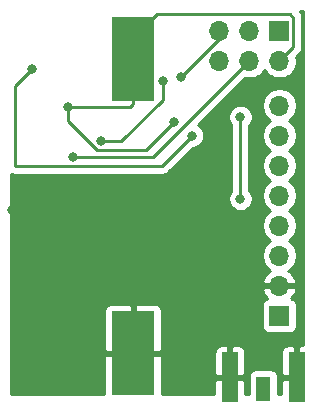
<source format=gbr>
G04 #@! TF.GenerationSoftware,KiCad,Pcbnew,5.1.5*
G04 #@! TF.CreationDate,2020-01-26T11:39:47+01:00*
G04 #@! TF.ProjectId,LORA_ATTINY84,4c4f5241-5f41-4545-9449-4e5938342e6b,rev?*
G04 #@! TF.SameCoordinates,Original*
G04 #@! TF.FileFunction,Copper,L2,Bot*
G04 #@! TF.FilePolarity,Positive*
%FSLAX46Y46*%
G04 Gerber Fmt 4.6, Leading zero omitted, Abs format (unit mm)*
G04 Created by KiCad (PCBNEW 5.1.5) date 2020-01-26 11:39:47*
%MOMM*%
%LPD*%
G04 APERTURE LIST*
%ADD10R,3.600000X7.100000*%
%ADD11R,1.200000X2.100000*%
%ADD12R,1.350000X4.200000*%
%ADD13O,1.700000X1.700000*%
%ADD14R,1.700000X1.700000*%
%ADD15C,0.800000*%
%ADD16C,0.250000*%
%ADD17C,0.254000*%
G04 APERTURE END LIST*
D10*
X77063600Y-50444400D03*
X77063600Y-75336400D03*
D11*
X88087200Y-78384400D03*
D12*
X90912200Y-77393800D03*
X85262200Y-77393800D03*
D13*
X84378800Y-50596800D03*
X84378800Y-48056800D03*
X86918800Y-50596800D03*
X86918800Y-48056800D03*
X89458800Y-50596800D03*
D14*
X89458800Y-48056800D03*
D13*
X89458800Y-54381400D03*
X89458800Y-56921400D03*
X89458800Y-59461400D03*
X89458800Y-62001400D03*
X89458800Y-64541400D03*
X89458800Y-67081400D03*
X89458800Y-69621400D03*
D14*
X89458800Y-72161400D03*
D15*
X91084400Y-75768200D03*
X85090000Y-75819000D03*
X86969600Y-52481399D03*
X66827400Y-63246000D03*
X80492600Y-55778400D03*
X71515300Y-54508400D03*
X82067400Y-56921400D03*
X68489500Y-51269900D03*
X71983600Y-58775600D03*
X86156800Y-62280800D03*
X86156800Y-55346600D03*
X74320400Y-57404000D03*
X79564000Y-52298600D03*
X81122811Y-51965949D03*
D16*
X77063600Y-48694400D02*
X77063600Y-50444400D01*
X90331402Y-46644400D02*
X79113600Y-46644400D01*
X79113600Y-46644400D02*
X77063600Y-48694400D01*
X90633801Y-46946799D02*
X90331402Y-46644400D01*
X90633801Y-49421799D02*
X90633801Y-46946799D01*
X89458800Y-50596800D02*
X90633801Y-49421799D01*
X73972399Y-58129001D02*
X71515300Y-55671902D01*
X78141999Y-58129001D02*
X73972399Y-58129001D01*
X71515300Y-55671902D02*
X71515300Y-54508400D01*
X80492600Y-55778400D02*
X78141999Y-58129001D01*
X77063600Y-54244400D02*
X77063600Y-50444400D01*
X76799600Y-54508400D02*
X77063600Y-54244400D01*
X71515300Y-54508400D02*
X76799600Y-54508400D01*
X67069801Y-59500601D02*
X67056000Y-59486800D01*
X82067400Y-56921400D02*
X79488199Y-59500601D01*
X79488199Y-59500601D02*
X67069801Y-59500601D01*
X67069801Y-59500601D02*
X67069801Y-52689599D01*
X67069801Y-52689599D02*
X68489500Y-51269900D01*
X78740000Y-58775600D02*
X86918800Y-50596800D01*
X71983600Y-58775600D02*
X78740000Y-58775600D01*
X86156800Y-62280800D02*
X86156800Y-55346600D01*
X76039002Y-57404000D02*
X79564000Y-53879002D01*
X79564000Y-53879002D02*
X79564000Y-52298600D01*
X74320400Y-57404000D02*
X76039002Y-57404000D01*
X84378800Y-48709960D02*
X84378800Y-48056800D01*
X81122811Y-51965949D02*
X84378800Y-48709960D01*
D17*
G36*
X91418682Y-74657058D02*
G01*
X91197950Y-74658800D01*
X91039200Y-74817550D01*
X91039200Y-77266800D01*
X91059200Y-77266800D01*
X91059200Y-77520800D01*
X91039200Y-77520800D01*
X91039200Y-77540800D01*
X90785200Y-77540800D01*
X90785200Y-77520800D01*
X89760950Y-77520800D01*
X89602200Y-77679550D01*
X89600275Y-78816600D01*
X89325272Y-78816600D01*
X89325272Y-77334400D01*
X89313012Y-77209918D01*
X89276702Y-77090220D01*
X89217737Y-76979906D01*
X89138385Y-76883215D01*
X89041694Y-76803863D01*
X88931380Y-76744898D01*
X88811682Y-76708588D01*
X88687200Y-76696328D01*
X87487200Y-76696328D01*
X87362718Y-76708588D01*
X87243020Y-76744898D01*
X87132706Y-76803863D01*
X87036015Y-76883215D01*
X86956663Y-76979906D01*
X86897698Y-77090220D01*
X86861388Y-77209918D01*
X86849128Y-77334400D01*
X86849128Y-78816600D01*
X86574125Y-78816600D01*
X86572200Y-77679550D01*
X86413450Y-77520800D01*
X85389200Y-77520800D01*
X85389200Y-77540800D01*
X85135200Y-77540800D01*
X85135200Y-77520800D01*
X84110950Y-77520800D01*
X83952200Y-77679550D01*
X83950275Y-78816600D01*
X79501606Y-78816600D01*
X79498600Y-75622150D01*
X79339850Y-75463400D01*
X77190600Y-75463400D01*
X77190600Y-75483400D01*
X76936600Y-75483400D01*
X76936600Y-75463400D01*
X74787350Y-75463400D01*
X74628600Y-75622150D01*
X74625594Y-78816600D01*
X66724895Y-78816600D01*
X66722205Y-75293800D01*
X83949128Y-75293800D01*
X83952200Y-77108050D01*
X84110950Y-77266800D01*
X85135200Y-77266800D01*
X85135200Y-74817550D01*
X85389200Y-74817550D01*
X85389200Y-77266800D01*
X86413450Y-77266800D01*
X86572200Y-77108050D01*
X86575272Y-75293800D01*
X89599128Y-75293800D01*
X89602200Y-77108050D01*
X89760950Y-77266800D01*
X90785200Y-77266800D01*
X90785200Y-74817550D01*
X90626450Y-74658800D01*
X90237200Y-74655728D01*
X90112718Y-74667988D01*
X89993020Y-74704298D01*
X89882706Y-74763263D01*
X89786015Y-74842615D01*
X89706663Y-74939306D01*
X89647698Y-75049620D01*
X89611388Y-75169318D01*
X89599128Y-75293800D01*
X86575272Y-75293800D01*
X86563012Y-75169318D01*
X86526702Y-75049620D01*
X86467737Y-74939306D01*
X86388385Y-74842615D01*
X86291694Y-74763263D01*
X86181380Y-74704298D01*
X86061682Y-74667988D01*
X85937200Y-74655728D01*
X85547950Y-74658800D01*
X85389200Y-74817550D01*
X85135200Y-74817550D01*
X84976450Y-74658800D01*
X84587200Y-74655728D01*
X84462718Y-74667988D01*
X84343020Y-74704298D01*
X84232706Y-74763263D01*
X84136015Y-74842615D01*
X84056663Y-74939306D01*
X83997698Y-75049620D01*
X83961388Y-75169318D01*
X83949128Y-75293800D01*
X66722205Y-75293800D01*
X66719525Y-71786400D01*
X74625528Y-71786400D01*
X74628600Y-75050650D01*
X74787350Y-75209400D01*
X76936600Y-75209400D01*
X76936600Y-71310150D01*
X77190600Y-71310150D01*
X77190600Y-75209400D01*
X79339850Y-75209400D01*
X79498600Y-75050650D01*
X79501672Y-71786400D01*
X79489412Y-71661918D01*
X79453102Y-71542220D01*
X79394137Y-71431906D01*
X79314785Y-71335215D01*
X79285767Y-71311400D01*
X87970728Y-71311400D01*
X87970728Y-73011400D01*
X87982988Y-73135882D01*
X88019298Y-73255580D01*
X88078263Y-73365894D01*
X88157615Y-73462585D01*
X88254306Y-73541937D01*
X88364620Y-73600902D01*
X88484318Y-73637212D01*
X88608800Y-73649472D01*
X90308800Y-73649472D01*
X90433282Y-73637212D01*
X90552980Y-73600902D01*
X90663294Y-73541937D01*
X90759985Y-73462585D01*
X90839337Y-73365894D01*
X90898302Y-73255580D01*
X90934612Y-73135882D01*
X90946872Y-73011400D01*
X90946872Y-71311400D01*
X90934612Y-71186918D01*
X90898302Y-71067220D01*
X90839337Y-70956906D01*
X90759985Y-70860215D01*
X90663294Y-70780863D01*
X90552980Y-70721898D01*
X90472334Y-70697434D01*
X90556388Y-70621669D01*
X90730441Y-70388320D01*
X90855625Y-70125499D01*
X90900276Y-69978290D01*
X90778955Y-69748400D01*
X89585800Y-69748400D01*
X89585800Y-69768400D01*
X89331800Y-69768400D01*
X89331800Y-69748400D01*
X88138645Y-69748400D01*
X88017324Y-69978290D01*
X88061975Y-70125499D01*
X88187159Y-70388320D01*
X88361212Y-70621669D01*
X88445266Y-70697434D01*
X88364620Y-70721898D01*
X88254306Y-70780863D01*
X88157615Y-70860215D01*
X88078263Y-70956906D01*
X88019298Y-71067220D01*
X87982988Y-71186918D01*
X87970728Y-71311400D01*
X79285767Y-71311400D01*
X79218094Y-71255863D01*
X79107780Y-71196898D01*
X78988082Y-71160588D01*
X78863600Y-71148328D01*
X77349350Y-71151400D01*
X77190600Y-71310150D01*
X76936600Y-71310150D01*
X76777850Y-71151400D01*
X75263600Y-71148328D01*
X75139118Y-71160588D01*
X75019420Y-71196898D01*
X74909106Y-71255863D01*
X74812415Y-71335215D01*
X74733063Y-71431906D01*
X74674098Y-71542220D01*
X74637788Y-71661918D01*
X74625528Y-71786400D01*
X66719525Y-71786400D01*
X66710651Y-60170386D01*
X66777554Y-60206147D01*
X66920815Y-60249604D01*
X67069801Y-60264278D01*
X67107134Y-60260601D01*
X79450877Y-60260601D01*
X79488199Y-60264277D01*
X79525521Y-60260601D01*
X79525532Y-60260601D01*
X79637185Y-60249604D01*
X79780446Y-60206147D01*
X79912475Y-60135575D01*
X80028200Y-60040602D01*
X80052003Y-60011598D01*
X82107202Y-57956400D01*
X82169339Y-57956400D01*
X82369298Y-57916626D01*
X82557656Y-57838605D01*
X82727174Y-57725337D01*
X82871337Y-57581174D01*
X82984605Y-57411656D01*
X83062626Y-57223298D01*
X83102400Y-57023339D01*
X83102400Y-56819461D01*
X83062626Y-56619502D01*
X82984605Y-56431144D01*
X82871337Y-56261626D01*
X82727174Y-56117463D01*
X82574771Y-56015631D01*
X83345741Y-55244661D01*
X85121800Y-55244661D01*
X85121800Y-55448539D01*
X85161574Y-55648498D01*
X85239595Y-55836856D01*
X85352863Y-56006374D01*
X85396801Y-56050312D01*
X85396800Y-61577089D01*
X85352863Y-61621026D01*
X85239595Y-61790544D01*
X85161574Y-61978902D01*
X85121800Y-62178861D01*
X85121800Y-62382739D01*
X85161574Y-62582698D01*
X85239595Y-62771056D01*
X85352863Y-62940574D01*
X85497026Y-63084737D01*
X85666544Y-63198005D01*
X85854902Y-63276026D01*
X86054861Y-63315800D01*
X86258739Y-63315800D01*
X86458698Y-63276026D01*
X86647056Y-63198005D01*
X86816574Y-63084737D01*
X86960737Y-62940574D01*
X87074005Y-62771056D01*
X87152026Y-62582698D01*
X87191800Y-62382739D01*
X87191800Y-62178861D01*
X87152026Y-61978902D01*
X87074005Y-61790544D01*
X86960737Y-61621026D01*
X86916800Y-61577089D01*
X86916800Y-56050311D01*
X86960737Y-56006374D01*
X87074005Y-55836856D01*
X87152026Y-55648498D01*
X87191800Y-55448539D01*
X87191800Y-55244661D01*
X87152026Y-55044702D01*
X87074005Y-54856344D01*
X86960737Y-54686826D01*
X86816574Y-54542663D01*
X86647056Y-54429395D01*
X86458698Y-54351374D01*
X86258739Y-54311600D01*
X86054861Y-54311600D01*
X85854902Y-54351374D01*
X85666544Y-54429395D01*
X85497026Y-54542663D01*
X85352863Y-54686826D01*
X85239595Y-54856344D01*
X85161574Y-55044702D01*
X85121800Y-55244661D01*
X83345741Y-55244661D01*
X84355262Y-54235140D01*
X87973800Y-54235140D01*
X87973800Y-54527660D01*
X88030868Y-54814558D01*
X88142810Y-55084811D01*
X88305325Y-55328032D01*
X88512168Y-55534875D01*
X88686560Y-55651400D01*
X88512168Y-55767925D01*
X88305325Y-55974768D01*
X88142810Y-56217989D01*
X88030868Y-56488242D01*
X87973800Y-56775140D01*
X87973800Y-57067660D01*
X88030868Y-57354558D01*
X88142810Y-57624811D01*
X88305325Y-57868032D01*
X88512168Y-58074875D01*
X88686560Y-58191400D01*
X88512168Y-58307925D01*
X88305325Y-58514768D01*
X88142810Y-58757989D01*
X88030868Y-59028242D01*
X87973800Y-59315140D01*
X87973800Y-59607660D01*
X88030868Y-59894558D01*
X88142810Y-60164811D01*
X88305325Y-60408032D01*
X88512168Y-60614875D01*
X88686560Y-60731400D01*
X88512168Y-60847925D01*
X88305325Y-61054768D01*
X88142810Y-61297989D01*
X88030868Y-61568242D01*
X87973800Y-61855140D01*
X87973800Y-62147660D01*
X88030868Y-62434558D01*
X88142810Y-62704811D01*
X88305325Y-62948032D01*
X88512168Y-63154875D01*
X88686560Y-63271400D01*
X88512168Y-63387925D01*
X88305325Y-63594768D01*
X88142810Y-63837989D01*
X88030868Y-64108242D01*
X87973800Y-64395140D01*
X87973800Y-64687660D01*
X88030868Y-64974558D01*
X88142810Y-65244811D01*
X88305325Y-65488032D01*
X88512168Y-65694875D01*
X88686560Y-65811400D01*
X88512168Y-65927925D01*
X88305325Y-66134768D01*
X88142810Y-66377989D01*
X88030868Y-66648242D01*
X87973800Y-66935140D01*
X87973800Y-67227660D01*
X88030868Y-67514558D01*
X88142810Y-67784811D01*
X88305325Y-68028032D01*
X88512168Y-68234875D01*
X88694334Y-68356595D01*
X88577445Y-68426222D01*
X88361212Y-68621131D01*
X88187159Y-68854480D01*
X88061975Y-69117301D01*
X88017324Y-69264510D01*
X88138645Y-69494400D01*
X89331800Y-69494400D01*
X89331800Y-69474400D01*
X89585800Y-69474400D01*
X89585800Y-69494400D01*
X90778955Y-69494400D01*
X90900276Y-69264510D01*
X90855625Y-69117301D01*
X90730441Y-68854480D01*
X90556388Y-68621131D01*
X90340155Y-68426222D01*
X90223266Y-68356595D01*
X90405432Y-68234875D01*
X90612275Y-68028032D01*
X90774790Y-67784811D01*
X90886732Y-67514558D01*
X90943800Y-67227660D01*
X90943800Y-66935140D01*
X90886732Y-66648242D01*
X90774790Y-66377989D01*
X90612275Y-66134768D01*
X90405432Y-65927925D01*
X90231040Y-65811400D01*
X90405432Y-65694875D01*
X90612275Y-65488032D01*
X90774790Y-65244811D01*
X90886732Y-64974558D01*
X90943800Y-64687660D01*
X90943800Y-64395140D01*
X90886732Y-64108242D01*
X90774790Y-63837989D01*
X90612275Y-63594768D01*
X90405432Y-63387925D01*
X90231040Y-63271400D01*
X90405432Y-63154875D01*
X90612275Y-62948032D01*
X90774790Y-62704811D01*
X90886732Y-62434558D01*
X90943800Y-62147660D01*
X90943800Y-61855140D01*
X90886732Y-61568242D01*
X90774790Y-61297989D01*
X90612275Y-61054768D01*
X90405432Y-60847925D01*
X90231040Y-60731400D01*
X90405432Y-60614875D01*
X90612275Y-60408032D01*
X90774790Y-60164811D01*
X90886732Y-59894558D01*
X90943800Y-59607660D01*
X90943800Y-59315140D01*
X90886732Y-59028242D01*
X90774790Y-58757989D01*
X90612275Y-58514768D01*
X90405432Y-58307925D01*
X90231040Y-58191400D01*
X90405432Y-58074875D01*
X90612275Y-57868032D01*
X90774790Y-57624811D01*
X90886732Y-57354558D01*
X90943800Y-57067660D01*
X90943800Y-56775140D01*
X90886732Y-56488242D01*
X90774790Y-56217989D01*
X90612275Y-55974768D01*
X90405432Y-55767925D01*
X90231040Y-55651400D01*
X90405432Y-55534875D01*
X90612275Y-55328032D01*
X90774790Y-55084811D01*
X90886732Y-54814558D01*
X90943800Y-54527660D01*
X90943800Y-54235140D01*
X90886732Y-53948242D01*
X90774790Y-53677989D01*
X90612275Y-53434768D01*
X90405432Y-53227925D01*
X90162211Y-53065410D01*
X89891958Y-52953468D01*
X89605060Y-52896400D01*
X89312540Y-52896400D01*
X89025642Y-52953468D01*
X88755389Y-53065410D01*
X88512168Y-53227925D01*
X88305325Y-53434768D01*
X88142810Y-53677989D01*
X88030868Y-53948242D01*
X87973800Y-54235140D01*
X84355262Y-54235140D01*
X86552392Y-52038010D01*
X86772540Y-52081800D01*
X87065060Y-52081800D01*
X87351958Y-52024732D01*
X87622211Y-51912790D01*
X87865432Y-51750275D01*
X88072275Y-51543432D01*
X88188800Y-51369040D01*
X88305325Y-51543432D01*
X88512168Y-51750275D01*
X88755389Y-51912790D01*
X89025642Y-52024732D01*
X89312540Y-52081800D01*
X89605060Y-52081800D01*
X89891958Y-52024732D01*
X90162211Y-51912790D01*
X90405432Y-51750275D01*
X90612275Y-51543432D01*
X90774790Y-51300211D01*
X90886732Y-51029958D01*
X90943800Y-50743060D01*
X90943800Y-50450540D01*
X90900010Y-50230392D01*
X91144805Y-49985597D01*
X91173802Y-49961800D01*
X91268775Y-49846075D01*
X91339347Y-49714046D01*
X91382804Y-49570785D01*
X91393801Y-49459132D01*
X91393801Y-49459123D01*
X91397477Y-49421800D01*
X91393801Y-49384477D01*
X91393801Y-46984124D01*
X91397477Y-46946799D01*
X91393801Y-46909474D01*
X91393801Y-46909466D01*
X91382804Y-46797813D01*
X91339347Y-46654552D01*
X91268775Y-46522523D01*
X91173802Y-46406798D01*
X91172099Y-46405400D01*
X91440264Y-46405400D01*
X91418682Y-74657058D01*
G37*
X91418682Y-74657058D02*
X91197950Y-74658800D01*
X91039200Y-74817550D01*
X91039200Y-77266800D01*
X91059200Y-77266800D01*
X91059200Y-77520800D01*
X91039200Y-77520800D01*
X91039200Y-77540800D01*
X90785200Y-77540800D01*
X90785200Y-77520800D01*
X89760950Y-77520800D01*
X89602200Y-77679550D01*
X89600275Y-78816600D01*
X89325272Y-78816600D01*
X89325272Y-77334400D01*
X89313012Y-77209918D01*
X89276702Y-77090220D01*
X89217737Y-76979906D01*
X89138385Y-76883215D01*
X89041694Y-76803863D01*
X88931380Y-76744898D01*
X88811682Y-76708588D01*
X88687200Y-76696328D01*
X87487200Y-76696328D01*
X87362718Y-76708588D01*
X87243020Y-76744898D01*
X87132706Y-76803863D01*
X87036015Y-76883215D01*
X86956663Y-76979906D01*
X86897698Y-77090220D01*
X86861388Y-77209918D01*
X86849128Y-77334400D01*
X86849128Y-78816600D01*
X86574125Y-78816600D01*
X86572200Y-77679550D01*
X86413450Y-77520800D01*
X85389200Y-77520800D01*
X85389200Y-77540800D01*
X85135200Y-77540800D01*
X85135200Y-77520800D01*
X84110950Y-77520800D01*
X83952200Y-77679550D01*
X83950275Y-78816600D01*
X79501606Y-78816600D01*
X79498600Y-75622150D01*
X79339850Y-75463400D01*
X77190600Y-75463400D01*
X77190600Y-75483400D01*
X76936600Y-75483400D01*
X76936600Y-75463400D01*
X74787350Y-75463400D01*
X74628600Y-75622150D01*
X74625594Y-78816600D01*
X66724895Y-78816600D01*
X66722205Y-75293800D01*
X83949128Y-75293800D01*
X83952200Y-77108050D01*
X84110950Y-77266800D01*
X85135200Y-77266800D01*
X85135200Y-74817550D01*
X85389200Y-74817550D01*
X85389200Y-77266800D01*
X86413450Y-77266800D01*
X86572200Y-77108050D01*
X86575272Y-75293800D01*
X89599128Y-75293800D01*
X89602200Y-77108050D01*
X89760950Y-77266800D01*
X90785200Y-77266800D01*
X90785200Y-74817550D01*
X90626450Y-74658800D01*
X90237200Y-74655728D01*
X90112718Y-74667988D01*
X89993020Y-74704298D01*
X89882706Y-74763263D01*
X89786015Y-74842615D01*
X89706663Y-74939306D01*
X89647698Y-75049620D01*
X89611388Y-75169318D01*
X89599128Y-75293800D01*
X86575272Y-75293800D01*
X86563012Y-75169318D01*
X86526702Y-75049620D01*
X86467737Y-74939306D01*
X86388385Y-74842615D01*
X86291694Y-74763263D01*
X86181380Y-74704298D01*
X86061682Y-74667988D01*
X85937200Y-74655728D01*
X85547950Y-74658800D01*
X85389200Y-74817550D01*
X85135200Y-74817550D01*
X84976450Y-74658800D01*
X84587200Y-74655728D01*
X84462718Y-74667988D01*
X84343020Y-74704298D01*
X84232706Y-74763263D01*
X84136015Y-74842615D01*
X84056663Y-74939306D01*
X83997698Y-75049620D01*
X83961388Y-75169318D01*
X83949128Y-75293800D01*
X66722205Y-75293800D01*
X66719525Y-71786400D01*
X74625528Y-71786400D01*
X74628600Y-75050650D01*
X74787350Y-75209400D01*
X76936600Y-75209400D01*
X76936600Y-71310150D01*
X77190600Y-71310150D01*
X77190600Y-75209400D01*
X79339850Y-75209400D01*
X79498600Y-75050650D01*
X79501672Y-71786400D01*
X79489412Y-71661918D01*
X79453102Y-71542220D01*
X79394137Y-71431906D01*
X79314785Y-71335215D01*
X79285767Y-71311400D01*
X87970728Y-71311400D01*
X87970728Y-73011400D01*
X87982988Y-73135882D01*
X88019298Y-73255580D01*
X88078263Y-73365894D01*
X88157615Y-73462585D01*
X88254306Y-73541937D01*
X88364620Y-73600902D01*
X88484318Y-73637212D01*
X88608800Y-73649472D01*
X90308800Y-73649472D01*
X90433282Y-73637212D01*
X90552980Y-73600902D01*
X90663294Y-73541937D01*
X90759985Y-73462585D01*
X90839337Y-73365894D01*
X90898302Y-73255580D01*
X90934612Y-73135882D01*
X90946872Y-73011400D01*
X90946872Y-71311400D01*
X90934612Y-71186918D01*
X90898302Y-71067220D01*
X90839337Y-70956906D01*
X90759985Y-70860215D01*
X90663294Y-70780863D01*
X90552980Y-70721898D01*
X90472334Y-70697434D01*
X90556388Y-70621669D01*
X90730441Y-70388320D01*
X90855625Y-70125499D01*
X90900276Y-69978290D01*
X90778955Y-69748400D01*
X89585800Y-69748400D01*
X89585800Y-69768400D01*
X89331800Y-69768400D01*
X89331800Y-69748400D01*
X88138645Y-69748400D01*
X88017324Y-69978290D01*
X88061975Y-70125499D01*
X88187159Y-70388320D01*
X88361212Y-70621669D01*
X88445266Y-70697434D01*
X88364620Y-70721898D01*
X88254306Y-70780863D01*
X88157615Y-70860215D01*
X88078263Y-70956906D01*
X88019298Y-71067220D01*
X87982988Y-71186918D01*
X87970728Y-71311400D01*
X79285767Y-71311400D01*
X79218094Y-71255863D01*
X79107780Y-71196898D01*
X78988082Y-71160588D01*
X78863600Y-71148328D01*
X77349350Y-71151400D01*
X77190600Y-71310150D01*
X76936600Y-71310150D01*
X76777850Y-71151400D01*
X75263600Y-71148328D01*
X75139118Y-71160588D01*
X75019420Y-71196898D01*
X74909106Y-71255863D01*
X74812415Y-71335215D01*
X74733063Y-71431906D01*
X74674098Y-71542220D01*
X74637788Y-71661918D01*
X74625528Y-71786400D01*
X66719525Y-71786400D01*
X66710651Y-60170386D01*
X66777554Y-60206147D01*
X66920815Y-60249604D01*
X67069801Y-60264278D01*
X67107134Y-60260601D01*
X79450877Y-60260601D01*
X79488199Y-60264277D01*
X79525521Y-60260601D01*
X79525532Y-60260601D01*
X79637185Y-60249604D01*
X79780446Y-60206147D01*
X79912475Y-60135575D01*
X80028200Y-60040602D01*
X80052003Y-60011598D01*
X82107202Y-57956400D01*
X82169339Y-57956400D01*
X82369298Y-57916626D01*
X82557656Y-57838605D01*
X82727174Y-57725337D01*
X82871337Y-57581174D01*
X82984605Y-57411656D01*
X83062626Y-57223298D01*
X83102400Y-57023339D01*
X83102400Y-56819461D01*
X83062626Y-56619502D01*
X82984605Y-56431144D01*
X82871337Y-56261626D01*
X82727174Y-56117463D01*
X82574771Y-56015631D01*
X83345741Y-55244661D01*
X85121800Y-55244661D01*
X85121800Y-55448539D01*
X85161574Y-55648498D01*
X85239595Y-55836856D01*
X85352863Y-56006374D01*
X85396801Y-56050312D01*
X85396800Y-61577089D01*
X85352863Y-61621026D01*
X85239595Y-61790544D01*
X85161574Y-61978902D01*
X85121800Y-62178861D01*
X85121800Y-62382739D01*
X85161574Y-62582698D01*
X85239595Y-62771056D01*
X85352863Y-62940574D01*
X85497026Y-63084737D01*
X85666544Y-63198005D01*
X85854902Y-63276026D01*
X86054861Y-63315800D01*
X86258739Y-63315800D01*
X86458698Y-63276026D01*
X86647056Y-63198005D01*
X86816574Y-63084737D01*
X86960737Y-62940574D01*
X87074005Y-62771056D01*
X87152026Y-62582698D01*
X87191800Y-62382739D01*
X87191800Y-62178861D01*
X87152026Y-61978902D01*
X87074005Y-61790544D01*
X86960737Y-61621026D01*
X86916800Y-61577089D01*
X86916800Y-56050311D01*
X86960737Y-56006374D01*
X87074005Y-55836856D01*
X87152026Y-55648498D01*
X87191800Y-55448539D01*
X87191800Y-55244661D01*
X87152026Y-55044702D01*
X87074005Y-54856344D01*
X86960737Y-54686826D01*
X86816574Y-54542663D01*
X86647056Y-54429395D01*
X86458698Y-54351374D01*
X86258739Y-54311600D01*
X86054861Y-54311600D01*
X85854902Y-54351374D01*
X85666544Y-54429395D01*
X85497026Y-54542663D01*
X85352863Y-54686826D01*
X85239595Y-54856344D01*
X85161574Y-55044702D01*
X85121800Y-55244661D01*
X83345741Y-55244661D01*
X84355262Y-54235140D01*
X87973800Y-54235140D01*
X87973800Y-54527660D01*
X88030868Y-54814558D01*
X88142810Y-55084811D01*
X88305325Y-55328032D01*
X88512168Y-55534875D01*
X88686560Y-55651400D01*
X88512168Y-55767925D01*
X88305325Y-55974768D01*
X88142810Y-56217989D01*
X88030868Y-56488242D01*
X87973800Y-56775140D01*
X87973800Y-57067660D01*
X88030868Y-57354558D01*
X88142810Y-57624811D01*
X88305325Y-57868032D01*
X88512168Y-58074875D01*
X88686560Y-58191400D01*
X88512168Y-58307925D01*
X88305325Y-58514768D01*
X88142810Y-58757989D01*
X88030868Y-59028242D01*
X87973800Y-59315140D01*
X87973800Y-59607660D01*
X88030868Y-59894558D01*
X88142810Y-60164811D01*
X88305325Y-60408032D01*
X88512168Y-60614875D01*
X88686560Y-60731400D01*
X88512168Y-60847925D01*
X88305325Y-61054768D01*
X88142810Y-61297989D01*
X88030868Y-61568242D01*
X87973800Y-61855140D01*
X87973800Y-62147660D01*
X88030868Y-62434558D01*
X88142810Y-62704811D01*
X88305325Y-62948032D01*
X88512168Y-63154875D01*
X88686560Y-63271400D01*
X88512168Y-63387925D01*
X88305325Y-63594768D01*
X88142810Y-63837989D01*
X88030868Y-64108242D01*
X87973800Y-64395140D01*
X87973800Y-64687660D01*
X88030868Y-64974558D01*
X88142810Y-65244811D01*
X88305325Y-65488032D01*
X88512168Y-65694875D01*
X88686560Y-65811400D01*
X88512168Y-65927925D01*
X88305325Y-66134768D01*
X88142810Y-66377989D01*
X88030868Y-66648242D01*
X87973800Y-66935140D01*
X87973800Y-67227660D01*
X88030868Y-67514558D01*
X88142810Y-67784811D01*
X88305325Y-68028032D01*
X88512168Y-68234875D01*
X88694334Y-68356595D01*
X88577445Y-68426222D01*
X88361212Y-68621131D01*
X88187159Y-68854480D01*
X88061975Y-69117301D01*
X88017324Y-69264510D01*
X88138645Y-69494400D01*
X89331800Y-69494400D01*
X89331800Y-69474400D01*
X89585800Y-69474400D01*
X89585800Y-69494400D01*
X90778955Y-69494400D01*
X90900276Y-69264510D01*
X90855625Y-69117301D01*
X90730441Y-68854480D01*
X90556388Y-68621131D01*
X90340155Y-68426222D01*
X90223266Y-68356595D01*
X90405432Y-68234875D01*
X90612275Y-68028032D01*
X90774790Y-67784811D01*
X90886732Y-67514558D01*
X90943800Y-67227660D01*
X90943800Y-66935140D01*
X90886732Y-66648242D01*
X90774790Y-66377989D01*
X90612275Y-66134768D01*
X90405432Y-65927925D01*
X90231040Y-65811400D01*
X90405432Y-65694875D01*
X90612275Y-65488032D01*
X90774790Y-65244811D01*
X90886732Y-64974558D01*
X90943800Y-64687660D01*
X90943800Y-64395140D01*
X90886732Y-64108242D01*
X90774790Y-63837989D01*
X90612275Y-63594768D01*
X90405432Y-63387925D01*
X90231040Y-63271400D01*
X90405432Y-63154875D01*
X90612275Y-62948032D01*
X90774790Y-62704811D01*
X90886732Y-62434558D01*
X90943800Y-62147660D01*
X90943800Y-61855140D01*
X90886732Y-61568242D01*
X90774790Y-61297989D01*
X90612275Y-61054768D01*
X90405432Y-60847925D01*
X90231040Y-60731400D01*
X90405432Y-60614875D01*
X90612275Y-60408032D01*
X90774790Y-60164811D01*
X90886732Y-59894558D01*
X90943800Y-59607660D01*
X90943800Y-59315140D01*
X90886732Y-59028242D01*
X90774790Y-58757989D01*
X90612275Y-58514768D01*
X90405432Y-58307925D01*
X90231040Y-58191400D01*
X90405432Y-58074875D01*
X90612275Y-57868032D01*
X90774790Y-57624811D01*
X90886732Y-57354558D01*
X90943800Y-57067660D01*
X90943800Y-56775140D01*
X90886732Y-56488242D01*
X90774790Y-56217989D01*
X90612275Y-55974768D01*
X90405432Y-55767925D01*
X90231040Y-55651400D01*
X90405432Y-55534875D01*
X90612275Y-55328032D01*
X90774790Y-55084811D01*
X90886732Y-54814558D01*
X90943800Y-54527660D01*
X90943800Y-54235140D01*
X90886732Y-53948242D01*
X90774790Y-53677989D01*
X90612275Y-53434768D01*
X90405432Y-53227925D01*
X90162211Y-53065410D01*
X89891958Y-52953468D01*
X89605060Y-52896400D01*
X89312540Y-52896400D01*
X89025642Y-52953468D01*
X88755389Y-53065410D01*
X88512168Y-53227925D01*
X88305325Y-53434768D01*
X88142810Y-53677989D01*
X88030868Y-53948242D01*
X87973800Y-54235140D01*
X84355262Y-54235140D01*
X86552392Y-52038010D01*
X86772540Y-52081800D01*
X87065060Y-52081800D01*
X87351958Y-52024732D01*
X87622211Y-51912790D01*
X87865432Y-51750275D01*
X88072275Y-51543432D01*
X88188800Y-51369040D01*
X88305325Y-51543432D01*
X88512168Y-51750275D01*
X88755389Y-51912790D01*
X89025642Y-52024732D01*
X89312540Y-52081800D01*
X89605060Y-52081800D01*
X89891958Y-52024732D01*
X90162211Y-51912790D01*
X90405432Y-51750275D01*
X90612275Y-51543432D01*
X90774790Y-51300211D01*
X90886732Y-51029958D01*
X90943800Y-50743060D01*
X90943800Y-50450540D01*
X90900010Y-50230392D01*
X91144805Y-49985597D01*
X91173802Y-49961800D01*
X91268775Y-49846075D01*
X91339347Y-49714046D01*
X91382804Y-49570785D01*
X91393801Y-49459132D01*
X91393801Y-49459123D01*
X91397477Y-49421800D01*
X91393801Y-49384477D01*
X91393801Y-46984124D01*
X91397477Y-46946799D01*
X91393801Y-46909474D01*
X91393801Y-46909466D01*
X91382804Y-46797813D01*
X91339347Y-46654552D01*
X91268775Y-46522523D01*
X91173802Y-46406798D01*
X91172099Y-46405400D01*
X91440264Y-46405400D01*
X91418682Y-74657058D01*
G36*
X84505800Y-50469800D02*
G01*
X84525800Y-50469800D01*
X84525800Y-50723800D01*
X84505800Y-50723800D01*
X84505800Y-50743800D01*
X84251800Y-50743800D01*
X84251800Y-50723800D01*
X84231800Y-50723800D01*
X84231800Y-50469800D01*
X84251800Y-50469800D01*
X84251800Y-50449800D01*
X84505800Y-50449800D01*
X84505800Y-50469800D01*
G37*
X84505800Y-50469800D02*
X84525800Y-50469800D01*
X84525800Y-50723800D01*
X84505800Y-50723800D01*
X84505800Y-50743800D01*
X84251800Y-50743800D01*
X84251800Y-50723800D01*
X84231800Y-50723800D01*
X84231800Y-50469800D01*
X84251800Y-50469800D01*
X84251800Y-50449800D01*
X84505800Y-50449800D01*
X84505800Y-50469800D01*
M02*

</source>
